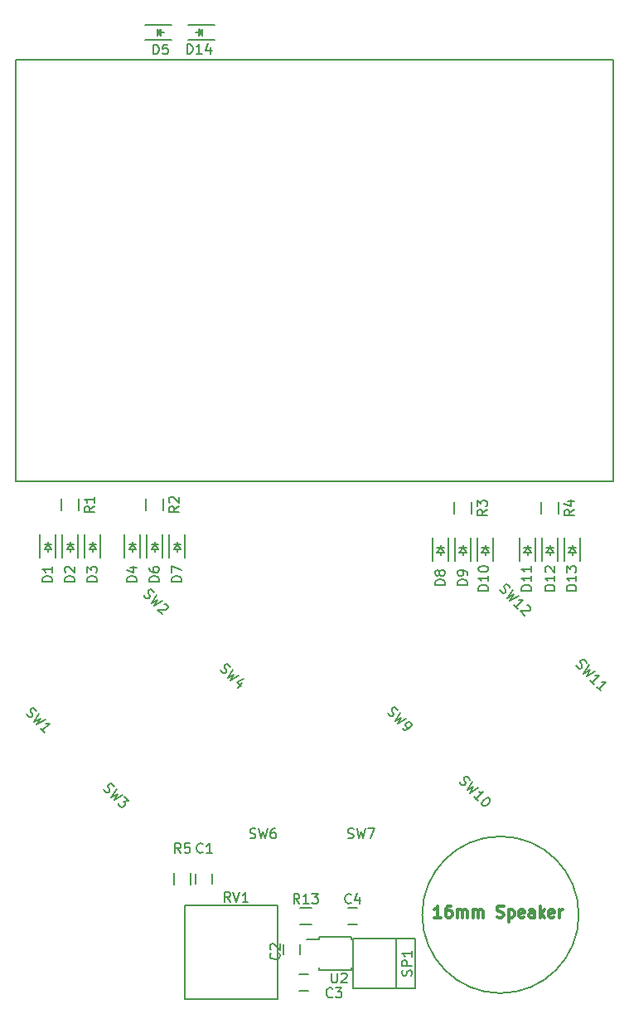
<source format=gbr>
G04 #@! TF.FileFunction,Legend,Top*
%FSLAX46Y46*%
G04 Gerber Fmt 4.6, Leading zero omitted, Abs format (unit mm)*
G04 Created by KiCad (PCBNEW 4.0.2-stable) date 7/30/2016 6:00:18 PM*
%MOMM*%
G01*
G04 APERTURE LIST*
%ADD10C,0.100000*%
%ADD11C,0.300000*%
%ADD12C,0.200000*%
%ADD13C,0.150000*%
G04 APERTURE END LIST*
D10*
D11*
X149421430Y-151542857D02*
X148735715Y-151542857D01*
X149078573Y-151542857D02*
X149078573Y-150342857D01*
X148964287Y-150514286D01*
X148850001Y-150628571D01*
X148735715Y-150685714D01*
X150450001Y-150342857D02*
X150221430Y-150342857D01*
X150107144Y-150400000D01*
X150050001Y-150457143D01*
X149935715Y-150628571D01*
X149878572Y-150857143D01*
X149878572Y-151314286D01*
X149935715Y-151428571D01*
X149992858Y-151485714D01*
X150107144Y-151542857D01*
X150335715Y-151542857D01*
X150450001Y-151485714D01*
X150507144Y-151428571D01*
X150564287Y-151314286D01*
X150564287Y-151028571D01*
X150507144Y-150914286D01*
X150450001Y-150857143D01*
X150335715Y-150800000D01*
X150107144Y-150800000D01*
X149992858Y-150857143D01*
X149935715Y-150914286D01*
X149878572Y-151028571D01*
X151078572Y-151542857D02*
X151078572Y-150742857D01*
X151078572Y-150857143D02*
X151135715Y-150800000D01*
X151250001Y-150742857D01*
X151421429Y-150742857D01*
X151535715Y-150800000D01*
X151592858Y-150914286D01*
X151592858Y-151542857D01*
X151592858Y-150914286D02*
X151650001Y-150800000D01*
X151764287Y-150742857D01*
X151935715Y-150742857D01*
X152050001Y-150800000D01*
X152107144Y-150914286D01*
X152107144Y-151542857D01*
X152678572Y-151542857D02*
X152678572Y-150742857D01*
X152678572Y-150857143D02*
X152735715Y-150800000D01*
X152850001Y-150742857D01*
X153021429Y-150742857D01*
X153135715Y-150800000D01*
X153192858Y-150914286D01*
X153192858Y-151542857D01*
X153192858Y-150914286D02*
X153250001Y-150800000D01*
X153364287Y-150742857D01*
X153535715Y-150742857D01*
X153650001Y-150800000D01*
X153707144Y-150914286D01*
X153707144Y-151542857D01*
X155135715Y-151485714D02*
X155307144Y-151542857D01*
X155592858Y-151542857D01*
X155707144Y-151485714D01*
X155764287Y-151428571D01*
X155821430Y-151314286D01*
X155821430Y-151200000D01*
X155764287Y-151085714D01*
X155707144Y-151028571D01*
X155592858Y-150971429D01*
X155364287Y-150914286D01*
X155250001Y-150857143D01*
X155192858Y-150800000D01*
X155135715Y-150685714D01*
X155135715Y-150571429D01*
X155192858Y-150457143D01*
X155250001Y-150400000D01*
X155364287Y-150342857D01*
X155650001Y-150342857D01*
X155821430Y-150400000D01*
X156335715Y-150742857D02*
X156335715Y-151942857D01*
X156335715Y-150800000D02*
X156450001Y-150742857D01*
X156678572Y-150742857D01*
X156792858Y-150800000D01*
X156850001Y-150857143D01*
X156907144Y-150971429D01*
X156907144Y-151314286D01*
X156850001Y-151428571D01*
X156792858Y-151485714D01*
X156678572Y-151542857D01*
X156450001Y-151542857D01*
X156335715Y-151485714D01*
X157878572Y-151485714D02*
X157764286Y-151542857D01*
X157535715Y-151542857D01*
X157421429Y-151485714D01*
X157364286Y-151371429D01*
X157364286Y-150914286D01*
X157421429Y-150800000D01*
X157535715Y-150742857D01*
X157764286Y-150742857D01*
X157878572Y-150800000D01*
X157935715Y-150914286D01*
X157935715Y-151028571D01*
X157364286Y-151142857D01*
X158964286Y-151542857D02*
X158964286Y-150914286D01*
X158907143Y-150800000D01*
X158792857Y-150742857D01*
X158564286Y-150742857D01*
X158450000Y-150800000D01*
X158964286Y-151485714D02*
X158850000Y-151542857D01*
X158564286Y-151542857D01*
X158450000Y-151485714D01*
X158392857Y-151371429D01*
X158392857Y-151257143D01*
X158450000Y-151142857D01*
X158564286Y-151085714D01*
X158850000Y-151085714D01*
X158964286Y-151028571D01*
X159535714Y-151542857D02*
X159535714Y-150342857D01*
X159650000Y-151085714D02*
X159992857Y-151542857D01*
X159992857Y-150742857D02*
X159535714Y-151200000D01*
X160964286Y-151485714D02*
X160850000Y-151542857D01*
X160621429Y-151542857D01*
X160507143Y-151485714D01*
X160450000Y-151371429D01*
X160450000Y-150914286D01*
X160507143Y-150800000D01*
X160621429Y-150742857D01*
X160850000Y-150742857D01*
X160964286Y-150800000D01*
X161021429Y-150914286D01*
X161021429Y-151028571D01*
X160450000Y-151142857D01*
X161535714Y-151542857D02*
X161535714Y-150742857D01*
X161535714Y-150971429D02*
X161592857Y-150857143D01*
X161650000Y-150800000D01*
X161764286Y-150742857D01*
X161878571Y-150742857D01*
D12*
X163500000Y-151250000D02*
G75*
G03X163500000Y-151250000I-8000000J0D01*
G01*
X167000000Y-107000000D02*
X167000000Y-64000000D01*
X106000000Y-107000000D02*
X167000000Y-107000000D01*
X106000000Y-64000000D02*
X106000000Y-107000000D01*
X167000000Y-64000000D02*
X106000000Y-64000000D01*
D13*
X123237500Y-157812700D02*
X123237500Y-159235100D01*
X132762500Y-157800000D02*
X132749800Y-159527200D01*
X123237500Y-159832000D02*
X132762500Y-159832000D01*
X123237500Y-150307000D02*
X123237500Y-159832000D01*
X132762500Y-159832000D02*
X132762500Y-150307000D01*
X132762500Y-150307000D02*
X123237500Y-150307000D01*
X123875000Y-147000000D02*
X123875000Y-148200000D01*
X122125000Y-148200000D02*
X122125000Y-147000000D01*
X124350000Y-147100000D02*
X124350000Y-148100000D01*
X126050000Y-148100000D02*
X126050000Y-147100000D01*
X112415000Y-108802000D02*
X112415000Y-110002000D01*
X110665000Y-110002000D02*
X110665000Y-108802000D01*
X121051000Y-108802000D02*
X121051000Y-110002000D01*
X119301000Y-110002000D02*
X119301000Y-108802000D01*
X152541000Y-109152000D02*
X152541000Y-110352000D01*
X150791000Y-110352000D02*
X150791000Y-109152000D01*
X161431000Y-109152000D02*
X161431000Y-110352000D01*
X159681000Y-110352000D02*
X159681000Y-109152000D01*
X134900000Y-159050000D02*
X135900000Y-159050000D01*
X135900000Y-157350000D02*
X134900000Y-157350000D01*
X140900000Y-150550000D02*
X139900000Y-150550000D01*
X139900000Y-152250000D02*
X140900000Y-152250000D01*
X119200000Y-61950000D02*
X121900000Y-61950000D01*
X119200000Y-60450000D02*
X121900000Y-60450000D01*
X120700000Y-61350000D02*
X120700000Y-61100000D01*
X120700000Y-61100000D02*
X120550000Y-61250000D01*
X120450000Y-60850000D02*
X120450000Y-61550000D01*
X120800000Y-61200000D02*
X121150000Y-61200000D01*
X120450000Y-61200000D02*
X120800000Y-60850000D01*
X120800000Y-60850000D02*
X120800000Y-61550000D01*
X120800000Y-61550000D02*
X120450000Y-61200000D01*
X120176000Y-113970000D02*
X120176000Y-114220000D01*
X120176000Y-113470000D02*
X120176000Y-113220000D01*
X120176000Y-113470000D02*
X120526000Y-113970000D01*
X120526000Y-113970000D02*
X119826000Y-113970000D01*
X119826000Y-113970000D02*
X120176000Y-113470000D01*
X120526000Y-113470000D02*
X119826000Y-113470000D01*
X119376000Y-112420000D02*
X119376000Y-114820000D01*
X120976000Y-112420000D02*
X120976000Y-114820000D01*
X122462000Y-113970000D02*
X122462000Y-114220000D01*
X122462000Y-113470000D02*
X122462000Y-113220000D01*
X122462000Y-113470000D02*
X122812000Y-113970000D01*
X122812000Y-113970000D02*
X122112000Y-113970000D01*
X122112000Y-113970000D02*
X122462000Y-113470000D01*
X122812000Y-113470000D02*
X122112000Y-113470000D01*
X121662000Y-112420000D02*
X121662000Y-114820000D01*
X123262000Y-112420000D02*
X123262000Y-114820000D01*
X149380000Y-114320000D02*
X149380000Y-114570000D01*
X149380000Y-113820000D02*
X149380000Y-113570000D01*
X149380000Y-113820000D02*
X149730000Y-114320000D01*
X149730000Y-114320000D02*
X149030000Y-114320000D01*
X149030000Y-114320000D02*
X149380000Y-113820000D01*
X149730000Y-113820000D02*
X149030000Y-113820000D01*
X148580000Y-112770000D02*
X148580000Y-115170000D01*
X150180000Y-112770000D02*
X150180000Y-115170000D01*
X151666000Y-114320000D02*
X151666000Y-114570000D01*
X151666000Y-113820000D02*
X151666000Y-113570000D01*
X151666000Y-113820000D02*
X152016000Y-114320000D01*
X152016000Y-114320000D02*
X151316000Y-114320000D01*
X151316000Y-114320000D02*
X151666000Y-113820000D01*
X152016000Y-113820000D02*
X151316000Y-113820000D01*
X150866000Y-112770000D02*
X150866000Y-115170000D01*
X152466000Y-112770000D02*
X152466000Y-115170000D01*
X153952000Y-114320000D02*
X153952000Y-114570000D01*
X153952000Y-113820000D02*
X153952000Y-113570000D01*
X153952000Y-113820000D02*
X154302000Y-114320000D01*
X154302000Y-114320000D02*
X153602000Y-114320000D01*
X153602000Y-114320000D02*
X153952000Y-113820000D01*
X154302000Y-113820000D02*
X153602000Y-113820000D01*
X153152000Y-112770000D02*
X153152000Y-115170000D01*
X154752000Y-112770000D02*
X154752000Y-115170000D01*
X158270000Y-114320000D02*
X158270000Y-114570000D01*
X158270000Y-113820000D02*
X158270000Y-113570000D01*
X158270000Y-113820000D02*
X158620000Y-114320000D01*
X158620000Y-114320000D02*
X157920000Y-114320000D01*
X157920000Y-114320000D02*
X158270000Y-113820000D01*
X158620000Y-113820000D02*
X157920000Y-113820000D01*
X157470000Y-112770000D02*
X157470000Y-115170000D01*
X159070000Y-112770000D02*
X159070000Y-115170000D01*
X160556000Y-114320000D02*
X160556000Y-114570000D01*
X160556000Y-113820000D02*
X160556000Y-113570000D01*
X160556000Y-113820000D02*
X160906000Y-114320000D01*
X160906000Y-114320000D02*
X160206000Y-114320000D01*
X160206000Y-114320000D02*
X160556000Y-113820000D01*
X160906000Y-113820000D02*
X160206000Y-113820000D01*
X159756000Y-112770000D02*
X159756000Y-115170000D01*
X161356000Y-112770000D02*
X161356000Y-115170000D01*
X162842000Y-114320000D02*
X162842000Y-114570000D01*
X162842000Y-113820000D02*
X162842000Y-113570000D01*
X162842000Y-113820000D02*
X163192000Y-114320000D01*
X163192000Y-114320000D02*
X162492000Y-114320000D01*
X162492000Y-114320000D02*
X162842000Y-113820000D01*
X163192000Y-113820000D02*
X162492000Y-113820000D01*
X162042000Y-112770000D02*
X162042000Y-115170000D01*
X163642000Y-112770000D02*
X163642000Y-115170000D01*
X136200000Y-152275000D02*
X135000000Y-152275000D01*
X135000000Y-150525000D02*
X136200000Y-150525000D01*
X136925000Y-153525000D02*
X136925000Y-153775000D01*
X140275000Y-153525000D02*
X140275000Y-153775000D01*
X140275000Y-156875000D02*
X140275000Y-156625000D01*
X136925000Y-156875000D02*
X136925000Y-156625000D01*
X136925000Y-153525000D02*
X140275000Y-153525000D01*
X136925000Y-156875000D02*
X140275000Y-156875000D01*
X136925000Y-153775000D02*
X135675000Y-153775000D01*
X109254000Y-113970000D02*
X109254000Y-114220000D01*
X109254000Y-113470000D02*
X109254000Y-113220000D01*
X109254000Y-113470000D02*
X109604000Y-113970000D01*
X109604000Y-113970000D02*
X108904000Y-113970000D01*
X108904000Y-113970000D02*
X109254000Y-113470000D01*
X109604000Y-113470000D02*
X108904000Y-113470000D01*
X108454000Y-112420000D02*
X108454000Y-114820000D01*
X110054000Y-112420000D02*
X110054000Y-114820000D01*
X111540000Y-113970000D02*
X111540000Y-114220000D01*
X111540000Y-113470000D02*
X111540000Y-113220000D01*
X111540000Y-113470000D02*
X111890000Y-113970000D01*
X111890000Y-113970000D02*
X111190000Y-113970000D01*
X111190000Y-113970000D02*
X111540000Y-113470000D01*
X111890000Y-113470000D02*
X111190000Y-113470000D01*
X110740000Y-112420000D02*
X110740000Y-114820000D01*
X112340000Y-112420000D02*
X112340000Y-114820000D01*
X113826000Y-113970000D02*
X113826000Y-114220000D01*
X113826000Y-113470000D02*
X113826000Y-113220000D01*
X113826000Y-113470000D02*
X114176000Y-113970000D01*
X114176000Y-113970000D02*
X113476000Y-113970000D01*
X113476000Y-113970000D02*
X113826000Y-113470000D01*
X114176000Y-113470000D02*
X113476000Y-113470000D01*
X113026000Y-112420000D02*
X113026000Y-114820000D01*
X114626000Y-112420000D02*
X114626000Y-114820000D01*
X117890000Y-113970000D02*
X117890000Y-114220000D01*
X117890000Y-113470000D02*
X117890000Y-113220000D01*
X117890000Y-113470000D02*
X118240000Y-113970000D01*
X118240000Y-113970000D02*
X117540000Y-113970000D01*
X117540000Y-113970000D02*
X117890000Y-113470000D01*
X118240000Y-113470000D02*
X117540000Y-113470000D01*
X117090000Y-112420000D02*
X117090000Y-114820000D01*
X118690000Y-112420000D02*
X118690000Y-114820000D01*
X135050000Y-155300000D02*
X135050000Y-154300000D01*
X133350000Y-154300000D02*
X133350000Y-155300000D01*
X144870000Y-158740000D02*
X144870000Y-153660000D01*
X140425000Y-158740000D02*
X140425000Y-153660000D01*
X146775000Y-153660000D02*
X146775000Y-158740000D01*
X146775000Y-153660000D02*
X140425000Y-153660000D01*
X146775000Y-158740000D02*
X140425000Y-158740000D01*
X126300000Y-60450000D02*
X123600000Y-60450000D01*
X126300000Y-61950000D02*
X123600000Y-61950000D01*
X124800000Y-61050000D02*
X124800000Y-61300000D01*
X124800000Y-61300000D02*
X124950000Y-61150000D01*
X125050000Y-61550000D02*
X125050000Y-60850000D01*
X124700000Y-61200000D02*
X124350000Y-61200000D01*
X125050000Y-61200000D02*
X124700000Y-61550000D01*
X124700000Y-61550000D02*
X124700000Y-60850000D01*
X124700000Y-60850000D02*
X125050000Y-61200000D01*
X151334263Y-137706683D02*
X151401607Y-137841370D01*
X151569966Y-138009729D01*
X151670981Y-138043401D01*
X151738325Y-138043401D01*
X151839340Y-138009729D01*
X151906683Y-137942386D01*
X151940355Y-137841371D01*
X151940355Y-137774027D01*
X151906684Y-137673012D01*
X151805668Y-137504652D01*
X151771996Y-137403637D01*
X151771996Y-137336294D01*
X151805668Y-137235279D01*
X151873012Y-137167935D01*
X151974027Y-137134263D01*
X152041370Y-137134263D01*
X152142385Y-137167935D01*
X152310745Y-137336294D01*
X152378088Y-137470981D01*
X152647462Y-137673012D02*
X152108714Y-138548477D01*
X152748478Y-138178088D01*
X152378088Y-138817851D01*
X153253553Y-138279103D01*
X153186210Y-139625973D02*
X152782149Y-139221912D01*
X152984179Y-139423942D02*
X153691286Y-138716836D01*
X153522927Y-138750507D01*
X153388240Y-138750507D01*
X153287225Y-138716836D01*
X154331049Y-139356599D02*
X154398393Y-139423943D01*
X154432065Y-139524958D01*
X154432065Y-139592302D01*
X154398393Y-139693317D01*
X154297378Y-139861675D01*
X154129019Y-140030035D01*
X153960660Y-140131050D01*
X153859645Y-140164721D01*
X153792302Y-140164721D01*
X153691286Y-140131050D01*
X153623942Y-140063706D01*
X153590271Y-139962690D01*
X153590271Y-139895347D01*
X153623942Y-139794332D01*
X153724957Y-139625973D01*
X153893317Y-139457614D01*
X154061675Y-139356599D01*
X154162690Y-139322927D01*
X154230034Y-139322927D01*
X154331049Y-139356599D01*
X119070982Y-118643401D02*
X119138326Y-118778088D01*
X119306685Y-118946447D01*
X119407700Y-118980119D01*
X119475044Y-118980119D01*
X119576059Y-118946447D01*
X119643402Y-118879104D01*
X119677074Y-118778089D01*
X119677074Y-118710745D01*
X119643403Y-118609729D01*
X119542387Y-118441370D01*
X119508715Y-118340355D01*
X119508715Y-118273012D01*
X119542387Y-118171996D01*
X119609730Y-118104653D01*
X119710746Y-118070981D01*
X119778089Y-118070981D01*
X119879104Y-118104653D01*
X120047463Y-118273012D01*
X120114807Y-118407699D01*
X120384181Y-118609729D02*
X119845432Y-119485195D01*
X120485197Y-119114806D01*
X120114807Y-119754569D01*
X120990272Y-119215821D01*
X121158631Y-119518867D02*
X121225974Y-119518867D01*
X121326989Y-119552538D01*
X121495349Y-119720898D01*
X121529020Y-119821913D01*
X121529020Y-119889256D01*
X121495349Y-119990271D01*
X121428005Y-120057615D01*
X121293318Y-120124958D01*
X120485196Y-120124958D01*
X120922929Y-120562691D01*
X127904762Y-149952381D02*
X127571428Y-149476190D01*
X127333333Y-149952381D02*
X127333333Y-148952381D01*
X127714286Y-148952381D01*
X127809524Y-149000000D01*
X127857143Y-149047619D01*
X127904762Y-149142857D01*
X127904762Y-149285714D01*
X127857143Y-149380952D01*
X127809524Y-149428571D01*
X127714286Y-149476190D01*
X127333333Y-149476190D01*
X128190476Y-148952381D02*
X128523809Y-149952381D01*
X128857143Y-148952381D01*
X129714286Y-149952381D02*
X129142857Y-149952381D01*
X129428571Y-149952381D02*
X129428571Y-148952381D01*
X129333333Y-149095238D01*
X129238095Y-149190476D01*
X129142857Y-149238095D01*
X122833334Y-144952381D02*
X122500000Y-144476190D01*
X122261905Y-144952381D02*
X122261905Y-143952381D01*
X122642858Y-143952381D01*
X122738096Y-144000000D01*
X122785715Y-144047619D01*
X122833334Y-144142857D01*
X122833334Y-144285714D01*
X122785715Y-144380952D01*
X122738096Y-144428571D01*
X122642858Y-144476190D01*
X122261905Y-144476190D01*
X123738096Y-143952381D02*
X123261905Y-143952381D01*
X123214286Y-144428571D01*
X123261905Y-144380952D01*
X123357143Y-144333333D01*
X123595239Y-144333333D01*
X123690477Y-144380952D01*
X123738096Y-144428571D01*
X123785715Y-144523810D01*
X123785715Y-144761905D01*
X123738096Y-144857143D01*
X123690477Y-144904762D01*
X123595239Y-144952381D01*
X123357143Y-144952381D01*
X123261905Y-144904762D01*
X123214286Y-144857143D01*
X107070981Y-130743401D02*
X107138325Y-130878088D01*
X107306684Y-131046447D01*
X107407699Y-131080119D01*
X107475043Y-131080119D01*
X107576058Y-131046447D01*
X107643401Y-130979104D01*
X107677073Y-130878089D01*
X107677073Y-130810745D01*
X107643402Y-130709729D01*
X107542386Y-130541370D01*
X107508714Y-130440355D01*
X107508714Y-130373012D01*
X107542386Y-130271996D01*
X107609729Y-130204653D01*
X107710745Y-130170981D01*
X107778088Y-130170981D01*
X107879103Y-130204653D01*
X108047462Y-130373012D01*
X108114806Y-130507699D01*
X108384180Y-130709729D02*
X107845431Y-131585195D01*
X108485196Y-131214806D01*
X108114806Y-131854569D01*
X108990271Y-131315821D01*
X108922928Y-132662691D02*
X108518867Y-132258630D01*
X108720897Y-132460660D02*
X109428004Y-131753553D01*
X109259645Y-131787225D01*
X109124958Y-131787225D01*
X109023943Y-131753553D01*
X114970981Y-138443401D02*
X115038325Y-138578088D01*
X115206684Y-138746447D01*
X115307699Y-138780119D01*
X115375043Y-138780119D01*
X115476058Y-138746447D01*
X115543401Y-138679104D01*
X115577073Y-138578089D01*
X115577073Y-138510745D01*
X115543402Y-138409729D01*
X115442386Y-138241370D01*
X115408714Y-138140355D01*
X115408714Y-138073012D01*
X115442386Y-137971996D01*
X115509729Y-137904653D01*
X115610745Y-137870981D01*
X115678088Y-137870981D01*
X115779103Y-137904653D01*
X115947462Y-138073012D01*
X116014806Y-138207699D01*
X116284180Y-138409729D02*
X115745431Y-139285195D01*
X116385196Y-138914806D01*
X116014806Y-139554569D01*
X116890271Y-139015821D01*
X117092302Y-139217851D02*
X117530035Y-139655584D01*
X117024958Y-139689255D01*
X117125974Y-139790271D01*
X117159646Y-139891286D01*
X117159646Y-139958630D01*
X117125973Y-140059646D01*
X116957615Y-140228004D01*
X116856600Y-140261676D01*
X116789256Y-140261676D01*
X116688241Y-140228004D01*
X116486210Y-140025973D01*
X116452538Y-139924958D01*
X116452538Y-139857615D01*
X163234264Y-125806683D02*
X163301608Y-125941370D01*
X163469967Y-126109729D01*
X163570982Y-126143401D01*
X163638326Y-126143401D01*
X163739341Y-126109729D01*
X163806684Y-126042386D01*
X163840356Y-125941371D01*
X163840356Y-125874027D01*
X163806685Y-125773012D01*
X163705669Y-125604652D01*
X163671997Y-125503637D01*
X163671997Y-125436294D01*
X163705669Y-125335279D01*
X163773013Y-125267935D01*
X163874028Y-125234263D01*
X163941371Y-125234263D01*
X164042386Y-125267935D01*
X164210746Y-125436294D01*
X164278089Y-125570981D01*
X164547463Y-125773012D02*
X164008715Y-126648477D01*
X164648479Y-126278088D01*
X164278089Y-126917851D01*
X165153554Y-126379103D01*
X165086211Y-127725973D02*
X164682150Y-127321912D01*
X164884180Y-127523942D02*
X165591287Y-126816836D01*
X165422928Y-126850507D01*
X165288241Y-126850507D01*
X165187226Y-126816836D01*
X165759646Y-128399408D02*
X165355585Y-127995347D01*
X165557615Y-128197377D02*
X166264722Y-127490271D01*
X166096363Y-127523942D01*
X165961676Y-127523942D01*
X165860661Y-127490271D01*
X126870981Y-126243401D02*
X126938325Y-126378088D01*
X127106684Y-126546447D01*
X127207699Y-126580119D01*
X127275043Y-126580119D01*
X127376058Y-126546447D01*
X127443401Y-126479104D01*
X127477073Y-126378089D01*
X127477073Y-126310745D01*
X127443402Y-126209729D01*
X127342386Y-126041370D01*
X127308714Y-125940355D01*
X127308714Y-125873012D01*
X127342386Y-125771996D01*
X127409729Y-125704653D01*
X127510745Y-125670981D01*
X127578088Y-125670981D01*
X127679103Y-125704653D01*
X127847462Y-125873012D01*
X127914806Y-126007699D01*
X128184180Y-126209729D02*
X127645431Y-127085195D01*
X128285196Y-126714806D01*
X127914806Y-127354569D01*
X128790271Y-126815821D01*
X129126989Y-127623943D02*
X128655584Y-128095348D01*
X129228004Y-127186210D02*
X128554569Y-127522928D01*
X128992302Y-127960661D01*
X125083334Y-144857143D02*
X125035715Y-144904762D01*
X124892858Y-144952381D01*
X124797620Y-144952381D01*
X124654762Y-144904762D01*
X124559524Y-144809524D01*
X124511905Y-144714286D01*
X124464286Y-144523810D01*
X124464286Y-144380952D01*
X124511905Y-144190476D01*
X124559524Y-144095238D01*
X124654762Y-144000000D01*
X124797620Y-143952381D01*
X124892858Y-143952381D01*
X125035715Y-144000000D01*
X125083334Y-144047619D01*
X126035715Y-144952381D02*
X125464286Y-144952381D01*
X125750000Y-144952381D02*
X125750000Y-143952381D01*
X125654762Y-144095238D01*
X125559524Y-144190476D01*
X125464286Y-144238095D01*
X113992381Y-109568666D02*
X113516190Y-109902000D01*
X113992381Y-110140095D02*
X112992381Y-110140095D01*
X112992381Y-109759142D01*
X113040000Y-109663904D01*
X113087619Y-109616285D01*
X113182857Y-109568666D01*
X113325714Y-109568666D01*
X113420952Y-109616285D01*
X113468571Y-109663904D01*
X113516190Y-109759142D01*
X113516190Y-110140095D01*
X113992381Y-108616285D02*
X113992381Y-109187714D01*
X113992381Y-108902000D02*
X112992381Y-108902000D01*
X113135238Y-108997238D01*
X113230476Y-109092476D01*
X113278095Y-109187714D01*
X122628381Y-109568666D02*
X122152190Y-109902000D01*
X122628381Y-110140095D02*
X121628381Y-110140095D01*
X121628381Y-109759142D01*
X121676000Y-109663904D01*
X121723619Y-109616285D01*
X121818857Y-109568666D01*
X121961714Y-109568666D01*
X122056952Y-109616285D01*
X122104571Y-109663904D01*
X122152190Y-109759142D01*
X122152190Y-110140095D01*
X121723619Y-109187714D02*
X121676000Y-109140095D01*
X121628381Y-109044857D01*
X121628381Y-108806761D01*
X121676000Y-108711523D01*
X121723619Y-108663904D01*
X121818857Y-108616285D01*
X121914095Y-108616285D01*
X122056952Y-108663904D01*
X122628381Y-109235333D01*
X122628381Y-108616285D01*
X154118381Y-109918666D02*
X153642190Y-110252000D01*
X154118381Y-110490095D02*
X153118381Y-110490095D01*
X153118381Y-110109142D01*
X153166000Y-110013904D01*
X153213619Y-109966285D01*
X153308857Y-109918666D01*
X153451714Y-109918666D01*
X153546952Y-109966285D01*
X153594571Y-110013904D01*
X153642190Y-110109142D01*
X153642190Y-110490095D01*
X153118381Y-109585333D02*
X153118381Y-108966285D01*
X153499333Y-109299619D01*
X153499333Y-109156761D01*
X153546952Y-109061523D01*
X153594571Y-109013904D01*
X153689810Y-108966285D01*
X153927905Y-108966285D01*
X154023143Y-109013904D01*
X154070762Y-109061523D01*
X154118381Y-109156761D01*
X154118381Y-109442476D01*
X154070762Y-109537714D01*
X154023143Y-109585333D01*
X163008381Y-109918666D02*
X162532190Y-110252000D01*
X163008381Y-110490095D02*
X162008381Y-110490095D01*
X162008381Y-110109142D01*
X162056000Y-110013904D01*
X162103619Y-109966285D01*
X162198857Y-109918666D01*
X162341714Y-109918666D01*
X162436952Y-109966285D01*
X162484571Y-110013904D01*
X162532190Y-110109142D01*
X162532190Y-110490095D01*
X162341714Y-109061523D02*
X163008381Y-109061523D01*
X161960762Y-109299619D02*
X162675048Y-109537714D01*
X162675048Y-108918666D01*
X138333334Y-159607143D02*
X138285715Y-159654762D01*
X138142858Y-159702381D01*
X138047620Y-159702381D01*
X137904762Y-159654762D01*
X137809524Y-159559524D01*
X137761905Y-159464286D01*
X137714286Y-159273810D01*
X137714286Y-159130952D01*
X137761905Y-158940476D01*
X137809524Y-158845238D01*
X137904762Y-158750000D01*
X138047620Y-158702381D01*
X138142858Y-158702381D01*
X138285715Y-158750000D01*
X138333334Y-158797619D01*
X138666667Y-158702381D02*
X139285715Y-158702381D01*
X138952381Y-159083333D01*
X139095239Y-159083333D01*
X139190477Y-159130952D01*
X139238096Y-159178571D01*
X139285715Y-159273810D01*
X139285715Y-159511905D01*
X139238096Y-159607143D01*
X139190477Y-159654762D01*
X139095239Y-159702381D01*
X138809524Y-159702381D01*
X138714286Y-159654762D01*
X138666667Y-159607143D01*
X140233334Y-150007143D02*
X140185715Y-150054762D01*
X140042858Y-150102381D01*
X139947620Y-150102381D01*
X139804762Y-150054762D01*
X139709524Y-149959524D01*
X139661905Y-149864286D01*
X139614286Y-149673810D01*
X139614286Y-149530952D01*
X139661905Y-149340476D01*
X139709524Y-149245238D01*
X139804762Y-149150000D01*
X139947620Y-149102381D01*
X140042858Y-149102381D01*
X140185715Y-149150000D01*
X140233334Y-149197619D01*
X141090477Y-149435714D02*
X141090477Y-150102381D01*
X140852381Y-149054762D02*
X140614286Y-149769048D01*
X141233334Y-149769048D01*
X120011905Y-63452381D02*
X120011905Y-62452381D01*
X120250000Y-62452381D01*
X120392858Y-62500000D01*
X120488096Y-62595238D01*
X120535715Y-62690476D01*
X120583334Y-62880952D01*
X120583334Y-63023810D01*
X120535715Y-63214286D01*
X120488096Y-63309524D01*
X120392858Y-63404762D01*
X120250000Y-63452381D01*
X120011905Y-63452381D01*
X121488096Y-62452381D02*
X121011905Y-62452381D01*
X120964286Y-62928571D01*
X121011905Y-62880952D01*
X121107143Y-62833333D01*
X121345239Y-62833333D01*
X121440477Y-62880952D01*
X121488096Y-62928571D01*
X121535715Y-63023810D01*
X121535715Y-63261905D01*
X121488096Y-63357143D01*
X121440477Y-63404762D01*
X121345239Y-63452381D01*
X121107143Y-63452381D01*
X121011905Y-63404762D01*
X120964286Y-63357143D01*
X120628381Y-117252095D02*
X119628381Y-117252095D01*
X119628381Y-117014000D01*
X119676000Y-116871142D01*
X119771238Y-116775904D01*
X119866476Y-116728285D01*
X120056952Y-116680666D01*
X120199810Y-116680666D01*
X120390286Y-116728285D01*
X120485524Y-116775904D01*
X120580762Y-116871142D01*
X120628381Y-117014000D01*
X120628381Y-117252095D01*
X119628381Y-115823523D02*
X119628381Y-116014000D01*
X119676000Y-116109238D01*
X119723619Y-116156857D01*
X119866476Y-116252095D01*
X120056952Y-116299714D01*
X120437905Y-116299714D01*
X120533143Y-116252095D01*
X120580762Y-116204476D01*
X120628381Y-116109238D01*
X120628381Y-115918761D01*
X120580762Y-115823523D01*
X120533143Y-115775904D01*
X120437905Y-115728285D01*
X120199810Y-115728285D01*
X120104571Y-115775904D01*
X120056952Y-115823523D01*
X120009333Y-115918761D01*
X120009333Y-116109238D01*
X120056952Y-116204476D01*
X120104571Y-116252095D01*
X120199810Y-116299714D01*
X122914381Y-117252095D02*
X121914381Y-117252095D01*
X121914381Y-117014000D01*
X121962000Y-116871142D01*
X122057238Y-116775904D01*
X122152476Y-116728285D01*
X122342952Y-116680666D01*
X122485810Y-116680666D01*
X122676286Y-116728285D01*
X122771524Y-116775904D01*
X122866762Y-116871142D01*
X122914381Y-117014000D01*
X122914381Y-117252095D01*
X121914381Y-116347333D02*
X121914381Y-115680666D01*
X122914381Y-116109238D01*
X149832381Y-117602095D02*
X148832381Y-117602095D01*
X148832381Y-117364000D01*
X148880000Y-117221142D01*
X148975238Y-117125904D01*
X149070476Y-117078285D01*
X149260952Y-117030666D01*
X149403810Y-117030666D01*
X149594286Y-117078285D01*
X149689524Y-117125904D01*
X149784762Y-117221142D01*
X149832381Y-117364000D01*
X149832381Y-117602095D01*
X149260952Y-116459238D02*
X149213333Y-116554476D01*
X149165714Y-116602095D01*
X149070476Y-116649714D01*
X149022857Y-116649714D01*
X148927619Y-116602095D01*
X148880000Y-116554476D01*
X148832381Y-116459238D01*
X148832381Y-116268761D01*
X148880000Y-116173523D01*
X148927619Y-116125904D01*
X149022857Y-116078285D01*
X149070476Y-116078285D01*
X149165714Y-116125904D01*
X149213333Y-116173523D01*
X149260952Y-116268761D01*
X149260952Y-116459238D01*
X149308571Y-116554476D01*
X149356190Y-116602095D01*
X149451429Y-116649714D01*
X149641905Y-116649714D01*
X149737143Y-116602095D01*
X149784762Y-116554476D01*
X149832381Y-116459238D01*
X149832381Y-116268761D01*
X149784762Y-116173523D01*
X149737143Y-116125904D01*
X149641905Y-116078285D01*
X149451429Y-116078285D01*
X149356190Y-116125904D01*
X149308571Y-116173523D01*
X149260952Y-116268761D01*
X152118381Y-117602095D02*
X151118381Y-117602095D01*
X151118381Y-117364000D01*
X151166000Y-117221142D01*
X151261238Y-117125904D01*
X151356476Y-117078285D01*
X151546952Y-117030666D01*
X151689810Y-117030666D01*
X151880286Y-117078285D01*
X151975524Y-117125904D01*
X152070762Y-117221142D01*
X152118381Y-117364000D01*
X152118381Y-117602095D01*
X152118381Y-116554476D02*
X152118381Y-116364000D01*
X152070762Y-116268761D01*
X152023143Y-116221142D01*
X151880286Y-116125904D01*
X151689810Y-116078285D01*
X151308857Y-116078285D01*
X151213619Y-116125904D01*
X151166000Y-116173523D01*
X151118381Y-116268761D01*
X151118381Y-116459238D01*
X151166000Y-116554476D01*
X151213619Y-116602095D01*
X151308857Y-116649714D01*
X151546952Y-116649714D01*
X151642190Y-116602095D01*
X151689810Y-116554476D01*
X151737429Y-116459238D01*
X151737429Y-116268761D01*
X151689810Y-116173523D01*
X151642190Y-116125904D01*
X151546952Y-116078285D01*
X154252381Y-118164286D02*
X153252381Y-118164286D01*
X153252381Y-117926191D01*
X153300000Y-117783333D01*
X153395238Y-117688095D01*
X153490476Y-117640476D01*
X153680952Y-117592857D01*
X153823810Y-117592857D01*
X154014286Y-117640476D01*
X154109524Y-117688095D01*
X154204762Y-117783333D01*
X154252381Y-117926191D01*
X154252381Y-118164286D01*
X154252381Y-116640476D02*
X154252381Y-117211905D01*
X154252381Y-116926191D02*
X153252381Y-116926191D01*
X153395238Y-117021429D01*
X153490476Y-117116667D01*
X153538095Y-117211905D01*
X153252381Y-116021429D02*
X153252381Y-115926190D01*
X153300000Y-115830952D01*
X153347619Y-115783333D01*
X153442857Y-115735714D01*
X153633333Y-115688095D01*
X153871429Y-115688095D01*
X154061905Y-115735714D01*
X154157143Y-115783333D01*
X154204762Y-115830952D01*
X154252381Y-115926190D01*
X154252381Y-116021429D01*
X154204762Y-116116667D01*
X154157143Y-116164286D01*
X154061905Y-116211905D01*
X153871429Y-116259524D01*
X153633333Y-116259524D01*
X153442857Y-116211905D01*
X153347619Y-116164286D01*
X153300000Y-116116667D01*
X153252381Y-116021429D01*
X158652381Y-118164286D02*
X157652381Y-118164286D01*
X157652381Y-117926191D01*
X157700000Y-117783333D01*
X157795238Y-117688095D01*
X157890476Y-117640476D01*
X158080952Y-117592857D01*
X158223810Y-117592857D01*
X158414286Y-117640476D01*
X158509524Y-117688095D01*
X158604762Y-117783333D01*
X158652381Y-117926191D01*
X158652381Y-118164286D01*
X158652381Y-116640476D02*
X158652381Y-117211905D01*
X158652381Y-116926191D02*
X157652381Y-116926191D01*
X157795238Y-117021429D01*
X157890476Y-117116667D01*
X157938095Y-117211905D01*
X158652381Y-115688095D02*
X158652381Y-116259524D01*
X158652381Y-115973810D02*
X157652381Y-115973810D01*
X157795238Y-116069048D01*
X157890476Y-116164286D01*
X157938095Y-116259524D01*
X161052381Y-118164286D02*
X160052381Y-118164286D01*
X160052381Y-117926191D01*
X160100000Y-117783333D01*
X160195238Y-117688095D01*
X160290476Y-117640476D01*
X160480952Y-117592857D01*
X160623810Y-117592857D01*
X160814286Y-117640476D01*
X160909524Y-117688095D01*
X161004762Y-117783333D01*
X161052381Y-117926191D01*
X161052381Y-118164286D01*
X161052381Y-116640476D02*
X161052381Y-117211905D01*
X161052381Y-116926191D02*
X160052381Y-116926191D01*
X160195238Y-117021429D01*
X160290476Y-117116667D01*
X160338095Y-117211905D01*
X160147619Y-116259524D02*
X160100000Y-116211905D01*
X160052381Y-116116667D01*
X160052381Y-115878571D01*
X160100000Y-115783333D01*
X160147619Y-115735714D01*
X160242857Y-115688095D01*
X160338095Y-115688095D01*
X160480952Y-115735714D01*
X161052381Y-116307143D01*
X161052381Y-115688095D01*
X163252381Y-118164286D02*
X162252381Y-118164286D01*
X162252381Y-117926191D01*
X162300000Y-117783333D01*
X162395238Y-117688095D01*
X162490476Y-117640476D01*
X162680952Y-117592857D01*
X162823810Y-117592857D01*
X163014286Y-117640476D01*
X163109524Y-117688095D01*
X163204762Y-117783333D01*
X163252381Y-117926191D01*
X163252381Y-118164286D01*
X163252381Y-116640476D02*
X163252381Y-117211905D01*
X163252381Y-116926191D02*
X162252381Y-116926191D01*
X162395238Y-117021429D01*
X162490476Y-117116667D01*
X162538095Y-117211905D01*
X162252381Y-116307143D02*
X162252381Y-115688095D01*
X162633333Y-116021429D01*
X162633333Y-115878571D01*
X162680952Y-115783333D01*
X162728571Y-115735714D01*
X162823810Y-115688095D01*
X163061905Y-115688095D01*
X163157143Y-115735714D01*
X163204762Y-115783333D01*
X163252381Y-115878571D01*
X163252381Y-116164286D01*
X163204762Y-116259524D01*
X163157143Y-116307143D01*
X134957143Y-150102381D02*
X134623809Y-149626190D01*
X134385714Y-150102381D02*
X134385714Y-149102381D01*
X134766667Y-149102381D01*
X134861905Y-149150000D01*
X134909524Y-149197619D01*
X134957143Y-149292857D01*
X134957143Y-149435714D01*
X134909524Y-149530952D01*
X134861905Y-149578571D01*
X134766667Y-149626190D01*
X134385714Y-149626190D01*
X135909524Y-150102381D02*
X135338095Y-150102381D01*
X135623809Y-150102381D02*
X135623809Y-149102381D01*
X135528571Y-149245238D01*
X135433333Y-149340476D01*
X135338095Y-149388095D01*
X136242857Y-149102381D02*
X136861905Y-149102381D01*
X136528571Y-149483333D01*
X136671429Y-149483333D01*
X136766667Y-149530952D01*
X136814286Y-149578571D01*
X136861905Y-149673810D01*
X136861905Y-149911905D01*
X136814286Y-150007143D01*
X136766667Y-150054762D01*
X136671429Y-150102381D01*
X136385714Y-150102381D01*
X136290476Y-150054762D01*
X136242857Y-150007143D01*
X138238095Y-157202381D02*
X138238095Y-158011905D01*
X138285714Y-158107143D01*
X138333333Y-158154762D01*
X138428571Y-158202381D01*
X138619048Y-158202381D01*
X138714286Y-158154762D01*
X138761905Y-158107143D01*
X138809524Y-158011905D01*
X138809524Y-157202381D01*
X139238095Y-157297619D02*
X139285714Y-157250000D01*
X139380952Y-157202381D01*
X139619048Y-157202381D01*
X139714286Y-157250000D01*
X139761905Y-157297619D01*
X139809524Y-157392857D01*
X139809524Y-157488095D01*
X139761905Y-157630952D01*
X139190476Y-158202381D01*
X139809524Y-158202381D01*
X109706381Y-117252095D02*
X108706381Y-117252095D01*
X108706381Y-117014000D01*
X108754000Y-116871142D01*
X108849238Y-116775904D01*
X108944476Y-116728285D01*
X109134952Y-116680666D01*
X109277810Y-116680666D01*
X109468286Y-116728285D01*
X109563524Y-116775904D01*
X109658762Y-116871142D01*
X109706381Y-117014000D01*
X109706381Y-117252095D01*
X109706381Y-115728285D02*
X109706381Y-116299714D01*
X109706381Y-116014000D02*
X108706381Y-116014000D01*
X108849238Y-116109238D01*
X108944476Y-116204476D01*
X108992095Y-116299714D01*
X111992381Y-117252095D02*
X110992381Y-117252095D01*
X110992381Y-117014000D01*
X111040000Y-116871142D01*
X111135238Y-116775904D01*
X111230476Y-116728285D01*
X111420952Y-116680666D01*
X111563810Y-116680666D01*
X111754286Y-116728285D01*
X111849524Y-116775904D01*
X111944762Y-116871142D01*
X111992381Y-117014000D01*
X111992381Y-117252095D01*
X111087619Y-116299714D02*
X111040000Y-116252095D01*
X110992381Y-116156857D01*
X110992381Y-115918761D01*
X111040000Y-115823523D01*
X111087619Y-115775904D01*
X111182857Y-115728285D01*
X111278095Y-115728285D01*
X111420952Y-115775904D01*
X111992381Y-116347333D01*
X111992381Y-115728285D01*
X114278381Y-117252095D02*
X113278381Y-117252095D01*
X113278381Y-117014000D01*
X113326000Y-116871142D01*
X113421238Y-116775904D01*
X113516476Y-116728285D01*
X113706952Y-116680666D01*
X113849810Y-116680666D01*
X114040286Y-116728285D01*
X114135524Y-116775904D01*
X114230762Y-116871142D01*
X114278381Y-117014000D01*
X114278381Y-117252095D01*
X113278381Y-116347333D02*
X113278381Y-115728285D01*
X113659333Y-116061619D01*
X113659333Y-115918761D01*
X113706952Y-115823523D01*
X113754571Y-115775904D01*
X113849810Y-115728285D01*
X114087905Y-115728285D01*
X114183143Y-115775904D01*
X114230762Y-115823523D01*
X114278381Y-115918761D01*
X114278381Y-116204476D01*
X114230762Y-116299714D01*
X114183143Y-116347333D01*
X118342381Y-117252095D02*
X117342381Y-117252095D01*
X117342381Y-117014000D01*
X117390000Y-116871142D01*
X117485238Y-116775904D01*
X117580476Y-116728285D01*
X117770952Y-116680666D01*
X117913810Y-116680666D01*
X118104286Y-116728285D01*
X118199524Y-116775904D01*
X118294762Y-116871142D01*
X118342381Y-117014000D01*
X118342381Y-117252095D01*
X117675714Y-115823523D02*
X118342381Y-115823523D01*
X117294762Y-116061619D02*
X118009048Y-116299714D01*
X118009048Y-115680666D01*
X132857143Y-155166666D02*
X132904762Y-155214285D01*
X132952381Y-155357142D01*
X132952381Y-155452380D01*
X132904762Y-155595238D01*
X132809524Y-155690476D01*
X132714286Y-155738095D01*
X132523810Y-155785714D01*
X132380952Y-155785714D01*
X132190476Y-155738095D01*
X132095238Y-155690476D01*
X132000000Y-155595238D01*
X131952381Y-155452380D01*
X131952381Y-155357142D01*
X132000000Y-155214285D01*
X132047619Y-155166666D01*
X132047619Y-154785714D02*
X132000000Y-154738095D01*
X131952381Y-154642857D01*
X131952381Y-154404761D01*
X132000000Y-154309523D01*
X132047619Y-154261904D01*
X132142857Y-154214285D01*
X132238095Y-154214285D01*
X132380952Y-154261904D01*
X132952381Y-154833333D01*
X132952381Y-154214285D01*
X146404762Y-157461905D02*
X146452381Y-157319048D01*
X146452381Y-157080952D01*
X146404762Y-156985714D01*
X146357143Y-156938095D01*
X146261905Y-156890476D01*
X146166667Y-156890476D01*
X146071429Y-156938095D01*
X146023810Y-156985714D01*
X145976190Y-157080952D01*
X145928571Y-157271429D01*
X145880952Y-157366667D01*
X145833333Y-157414286D01*
X145738095Y-157461905D01*
X145642857Y-157461905D01*
X145547619Y-157414286D01*
X145500000Y-157366667D01*
X145452381Y-157271429D01*
X145452381Y-157033333D01*
X145500000Y-156890476D01*
X146452381Y-156461905D02*
X145452381Y-156461905D01*
X145452381Y-156080952D01*
X145500000Y-155985714D01*
X145547619Y-155938095D01*
X145642857Y-155890476D01*
X145785714Y-155890476D01*
X145880952Y-155938095D01*
X145928571Y-155985714D01*
X145976190Y-156080952D01*
X145976190Y-156461905D01*
X146452381Y-154938095D02*
X146452381Y-155509524D01*
X146452381Y-155223810D02*
X145452381Y-155223810D01*
X145595238Y-155319048D01*
X145690476Y-155414286D01*
X145738095Y-155509524D01*
X143970981Y-130643401D02*
X144038325Y-130778088D01*
X144206684Y-130946447D01*
X144307699Y-130980119D01*
X144375043Y-130980119D01*
X144476058Y-130946447D01*
X144543401Y-130879104D01*
X144577073Y-130778089D01*
X144577073Y-130710745D01*
X144543402Y-130609729D01*
X144442386Y-130441370D01*
X144408714Y-130340355D01*
X144408714Y-130273012D01*
X144442386Y-130171996D01*
X144509729Y-130104653D01*
X144610745Y-130070981D01*
X144678088Y-130070981D01*
X144779103Y-130104653D01*
X144947462Y-130273012D01*
X145014806Y-130407699D01*
X145284180Y-130609729D02*
X144745431Y-131485195D01*
X145385196Y-131114806D01*
X145014806Y-131754569D01*
X145890271Y-131215821D01*
X145486210Y-132225973D02*
X145620897Y-132360660D01*
X145721913Y-132394333D01*
X145789256Y-132394333D01*
X145957615Y-132360661D01*
X146125973Y-132259646D01*
X146395348Y-131990271D01*
X146429019Y-131889256D01*
X146429019Y-131821913D01*
X146395348Y-131720898D01*
X146260660Y-131586210D01*
X146159645Y-131552538D01*
X146092302Y-131552538D01*
X145991286Y-131586210D01*
X145822928Y-131754569D01*
X145789256Y-131855584D01*
X145789255Y-131922928D01*
X145822927Y-132023943D01*
X145957615Y-132158631D01*
X146058630Y-132192302D01*
X146125974Y-132192302D01*
X146226989Y-132158630D01*
X155434263Y-118106683D02*
X155501607Y-118241370D01*
X155669966Y-118409729D01*
X155770981Y-118443401D01*
X155838325Y-118443401D01*
X155939340Y-118409729D01*
X156006683Y-118342386D01*
X156040355Y-118241371D01*
X156040355Y-118174027D01*
X156006684Y-118073012D01*
X155905668Y-117904652D01*
X155871996Y-117803637D01*
X155871996Y-117736294D01*
X155905668Y-117635279D01*
X155973012Y-117567935D01*
X156074027Y-117534263D01*
X156141370Y-117534263D01*
X156242385Y-117567935D01*
X156410745Y-117736294D01*
X156478088Y-117870981D01*
X156747462Y-118073012D02*
X156208714Y-118948477D01*
X156848478Y-118578088D01*
X156478088Y-119217851D01*
X157353553Y-118679103D01*
X157286210Y-120025973D02*
X156882149Y-119621912D01*
X157084179Y-119823942D02*
X157791286Y-119116836D01*
X157622927Y-119150507D01*
X157488240Y-119150507D01*
X157387225Y-119116836D01*
X158195347Y-119655584D02*
X158262690Y-119655584D01*
X158363706Y-119689255D01*
X158532065Y-119857615D01*
X158565737Y-119958630D01*
X158565737Y-120025973D01*
X158532065Y-120126988D01*
X158464721Y-120194332D01*
X158330035Y-120261675D01*
X157521912Y-120261675D01*
X157959645Y-120699408D01*
X129916667Y-143404762D02*
X130059524Y-143452381D01*
X130297620Y-143452381D01*
X130392858Y-143404762D01*
X130440477Y-143357143D01*
X130488096Y-143261905D01*
X130488096Y-143166667D01*
X130440477Y-143071429D01*
X130392858Y-143023810D01*
X130297620Y-142976190D01*
X130107143Y-142928571D01*
X130011905Y-142880952D01*
X129964286Y-142833333D01*
X129916667Y-142738095D01*
X129916667Y-142642857D01*
X129964286Y-142547619D01*
X130011905Y-142500000D01*
X130107143Y-142452381D01*
X130345239Y-142452381D01*
X130488096Y-142500000D01*
X130821429Y-142452381D02*
X131059524Y-143452381D01*
X131250001Y-142738095D01*
X131440477Y-143452381D01*
X131678572Y-142452381D01*
X132488096Y-142452381D02*
X132297619Y-142452381D01*
X132202381Y-142500000D01*
X132154762Y-142547619D01*
X132059524Y-142690476D01*
X132011905Y-142880952D01*
X132011905Y-143261905D01*
X132059524Y-143357143D01*
X132107143Y-143404762D01*
X132202381Y-143452381D01*
X132392858Y-143452381D01*
X132488096Y-143404762D01*
X132535715Y-143357143D01*
X132583334Y-143261905D01*
X132583334Y-143023810D01*
X132535715Y-142928571D01*
X132488096Y-142880952D01*
X132392858Y-142833333D01*
X132202381Y-142833333D01*
X132107143Y-142880952D01*
X132059524Y-142928571D01*
X132011905Y-143023810D01*
X139916667Y-143404762D02*
X140059524Y-143452381D01*
X140297620Y-143452381D01*
X140392858Y-143404762D01*
X140440477Y-143357143D01*
X140488096Y-143261905D01*
X140488096Y-143166667D01*
X140440477Y-143071429D01*
X140392858Y-143023810D01*
X140297620Y-142976190D01*
X140107143Y-142928571D01*
X140011905Y-142880952D01*
X139964286Y-142833333D01*
X139916667Y-142738095D01*
X139916667Y-142642857D01*
X139964286Y-142547619D01*
X140011905Y-142500000D01*
X140107143Y-142452381D01*
X140345239Y-142452381D01*
X140488096Y-142500000D01*
X140821429Y-142452381D02*
X141059524Y-143452381D01*
X141250001Y-142738095D01*
X141440477Y-143452381D01*
X141678572Y-142452381D01*
X141964286Y-142452381D02*
X142630953Y-142452381D01*
X142202381Y-143452381D01*
X123485714Y-63402381D02*
X123485714Y-62402381D01*
X123723809Y-62402381D01*
X123866667Y-62450000D01*
X123961905Y-62545238D01*
X124009524Y-62640476D01*
X124057143Y-62830952D01*
X124057143Y-62973810D01*
X124009524Y-63164286D01*
X123961905Y-63259524D01*
X123866667Y-63354762D01*
X123723809Y-63402381D01*
X123485714Y-63402381D01*
X125009524Y-63402381D02*
X124438095Y-63402381D01*
X124723809Y-63402381D02*
X124723809Y-62402381D01*
X124628571Y-62545238D01*
X124533333Y-62640476D01*
X124438095Y-62688095D01*
X125866667Y-62735714D02*
X125866667Y-63402381D01*
X125628571Y-62354762D02*
X125390476Y-63069048D01*
X126009524Y-63069048D01*
M02*

</source>
